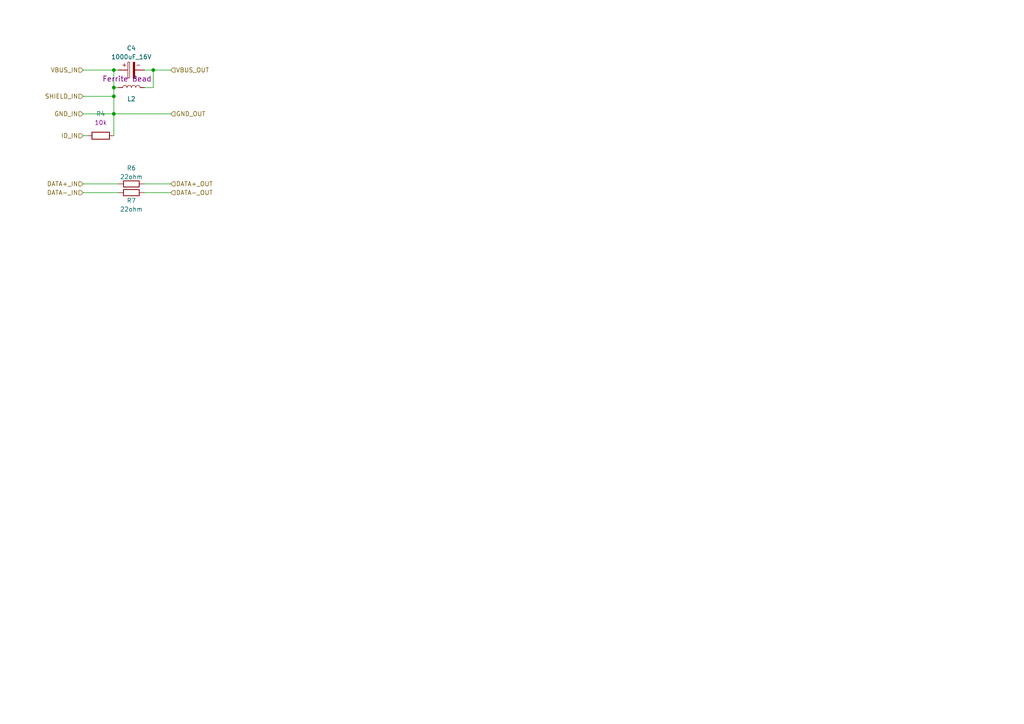
<source format=kicad_sch>
(kicad_sch (version 20250114) (generator "eeschema") (generator_version "9.0")
  (paper "A4")
  (title_block (rev "1 - do not edit connector pin layout.") (company "Henry's Software House"))
  (lib_symbols
    (symbol "PCM_4ms_Inductor:FerriteBead_0603_1.5A" (pin_numbers (hide yes)) (pin_names (offset 1.016) (hide yes))
      (property "Reference" "L" (at -1.27 0 90))
      (property "Display" "Ferrite Bead" (at 2.54 1.27 90))
      (symbol "FerriteBead_0603_1.5A_0_1"
        (arc (start 0 2.54) (mid 0.6323 1.905) (end 0 1.27))
        (arc (start 0 1.27) (mid 0.6323 0.635) (end 0 0))
        (arc (start 0 0) (mid 0.6323 -0.635) (end 0 -1.27))
        (arc (start 0 -1.27) (mid 0.6323 -1.905) (end 0 -2.54))
      )
      (symbol "FerriteBead_0603_1.5A_1_1"
        (pin passive line (at 0 3.81 270) (length 1.27) (name "1") (number "1"))
        (pin passive line (at 0 -3.81 90) (length 1.27) (name "2") (number "2"))
      )
    )
    (symbol "PCM_4ms_Resistor:10k_0402" (pin_numbers (hide yes)) (pin_names (offset 0))
      (property "Reference" "R" (at 2.032 0 90))
      (property "Display" "10k" (at 3.81 0 90))
      (symbol "10k_0402_0_1"
        (rectangle (start -1.016 -2.54) (end 1.016 2.54) (stroke (width 0.254)))
      )
      (symbol "10k_0402_1_1"
        (pin passive line (at 0 3.81 270) (length 1.27) (name "~") (number "1"))
        (pin passive line (at 0 -3.81 90) (length 1.27) (name "~") (number "2"))
      )
    )
    (symbol "PCM_SL_Capacitors:1000uF_16V"
      (property "Reference" "C" (at 0 7.62 0))
      (property "Value" "1000uF_16V" (at 0 5.08 0))
      (symbol "1000uF_16V_0_0"
        (text "+" (at -2.032 1.524 0) (effects (font (size 1.27 1.27))))
        (text "-" (at 2.032 1.524 0) (effects (font (size 1.27 1.27))))
      )
      (symbol "1000uF_16V_0_1"
        (rectangle (start -1.016 -2.286) (end -0.508 2.286))
        (rectangle (start 0.508 -2.286) (end 1.016 2.286) (fill (type outline)))
      )
      (symbol "1000uF_16V_1_1"
        (pin passive line (at -3.81 0 0) (length 2.7) (name "~") (number "1"))
        (pin input line (at 3.81 0 180) (length 2.7) (name "~") (number "2"))
      )
    )
    (symbol "PCM_SL_Resistors:20k"
      (property "Reference" "R" (at 0 5.08 0))
      (property "Value" "20k" (at 0 2.54 0))
      (symbol "20k_0_1"
        (rectangle (start -2.286 0.889) (end 2.286 -0.889) (stroke (width 0.24)))
      )
      (symbol "20k_1_1"
        (pin passive line (at -3.81 0 0) (length 1.5) (name "") (number "1"))
        (pin passive line (at 3.81 0 180) (length 1.5) (name "~") (number "2"))
      )
    )
  )
  (junction (at 33.02 33.02))
  (junction (at 44.45 20.32))
  (junction (at 33.02 20.32))
  (junction (at 33.02 25.4))
  (junction (at 33.02 27.94))
  (wire (pts (xy 34.29 55.88) (xy 24.13 55.88)))
  (wire (pts (xy 24.13 33.02) (xy 33.02 33.02)))
  (wire (pts (xy 33.02 20.32) (xy 24.13 20.32)))
  (wire (pts (xy 44.45 20.32) (xy 44.45 25.4)))
  (wire (pts (xy 41.91 55.88) (xy 49.53 55.88)))
  (wire (pts (xy 44.45 25.4) (xy 41.91 25.4)))
  (wire (pts (xy 24.13 27.94) (xy 33.02 27.94)))
  (wire (pts (xy 33.02 33.02) (xy 33.02 39.37)))
  (wire (pts (xy 34.29 20.32) (xy 33.02 20.32)))
  (wire (pts (xy 34.29 25.4) (xy 33.02 25.4)))
  (wire (pts (xy 25.4 39.37) (xy 24.13 39.37)))
  (wire (pts (xy 34.29 53.34) (xy 24.13 53.34)))
  (wire (pts (xy 33.02 20.32) (xy 33.02 25.4)))
  (wire (pts (xy 41.91 20.32) (xy 44.45 20.32)))
  (wire (pts (xy 49.53 33.02) (xy 33.02 33.02)))
  (wire (pts (xy 33.02 25.4) (xy 33.02 27.94)))
  (wire (pts (xy 44.45 20.32) (xy 49.53 20.32)))
  (wire (pts (xy 33.02 27.94) (xy 33.02 33.02)))
  (wire (pts (xy 41.91 53.34) (xy 49.53 53.34)))
  (hierarchical_label "VBUS_OUT" (shape input) (at 49.53 20.32 0))
  (hierarchical_label "ID_IN" (shape input) (at 24.13 39.37 180))
  (hierarchical_label "GND_OUT" (shape input) (at 49.53 33.02 0))
  (hierarchical_label "DATA+_OUT" (shape input) (at 49.53 53.34 0))
  (hierarchical_label "GND_IN" (shape input) (at 24.13 33.02 180))
  (hierarchical_label "DATA-_IN" (shape input) (at 24.13 55.88 180))
  (hierarchical_label "DATA-_OUT" (shape input) (at 49.53 55.88 0))
  (hierarchical_label "DATA+_IN" (shape input) (at 24.13 53.34 180))
  (hierarchical_label "SHIELD_IN" (shape input) (at 24.13 27.94 180))
  (hierarchical_label "VBUS_IN" (shape input) (at 24.13 20.32 180))
  (symbol (lib_id "PCM_SL_Resistors:20k") (at 38.1 55.88 0) (unit 1)
    (property "Reference" "R7" (at 38.1 58.166 0))
    (property "Value" "22ohm" (at 38.1 60.706 0))
    (property "Footprint" "Resistor_THT:R_Axial_DIN0207_L6.3mm_D2.5mm_P10.16mm_Horizontal" (effects (hide yes)))
    (property "Description" "20kΩ, 1/4W Resistor" (effects (hide yes)))
  )
  (symbol (lib_id "PCM_4ms_Resistor:10k_0402") (at 29.21 39.37 90) (unit 1)
    (property "Reference" "R4" (at 29.21 33.02 90))
    (property "Value" "10k_0402" (effects (hide yes)))
    (property "Footprint" "Resistor_SMD:R_0402_1005Metric" (effects (hide yes)))
    (property "Description" "10k, 1%, 1/16W, 0603" (effects (hide yes)))
    (property "Specifications" "10k, 1%, 1/10W, 0402" (effects (hide yes)))
    (property "Manufacturer" "Yageo" (effects (hide yes)))
    (property "Part Number" "RT0402FRE0710KL" (effects (hide yes)))
    (property "Display" "10k" (at 29.21 35.56 90))
    (property "Manufacturer 2" "Yageo" (effects (hide yes)))
    (property "Part Number 2" "RT0402DRE0710KL" (effects (hide yes)))
  )
  (symbol (lib_id "PCM_4ms_Inductor:FerriteBead_0603_1.5A") (at 38.1 25.4 90) (unit 1)
    (property "Reference" "L2" (at 38.1 28.702 90))
    (property "Value" "FerriteBead_0603_1.5A" (effects (hide yes)))
    (property "Footprint" "Inductor_SMD:L_0201_0603Metric_Pad0.64x0.40mm_HandSolder" (effects (hide yes)))
    (property "Description" "Chip Bead, Ferrite Chip Bead, Z=30Ω @ 100MHz, RmaxDC=90mΩ, ImaxDC=1.5A" (effects (hide yes)))
    (property "Specifications" "Chip Bead, Ferrite Chip Bead, Z=30Ω @ 100MHz, RmaxDC=90mΩ, ImaxDC=1.5A" (effects (hide yes)))
    (property "Manufacturer" "Laird" (effects (hide yes)))
    (property "Part Number" "MI0603K300R-10" (effects (hide yes)))
    (property "Display" "Ferrite Bead" (at 36.83 22.86 90) (effects (font (size 1.524 1.524))))
  )
  (symbol (lib_id "PCM_SL_Capacitors:1000uF_16V") (at 38.1 20.32 0) (unit 1)
    (property "Reference" "C4" (at 38.1 13.97 0))
    (property "Value" "1000uF_16V" (at 38.1 16.51 0))
    (property "Footprint" "Capacitor_THT:CP_Radial_D10.0mm_P5.00mm" (effects (hide yes)))
    (property "Description" "1000uF, 16V Electrolytic Capacitor" (effects (hide yes)))
  )
  (symbol (lib_id "PCM_SL_Resistors:20k") (at 38.1 53.34 0) (unit 1)
    (property "Reference" "R6" (at 38.1 48.768 0))
    (property "Value" "22ohm" (at 38.1 51.308 0))
    (property "Footprint" "Resistor_THT:R_Axial_DIN0207_L6.3mm_D2.5mm_P10.16mm_Horizontal" (effects (hide yes)))
    (property "Description" "20kΩ, 1/4W Resistor" (effects (hide yes)))
  )
)
</source>
